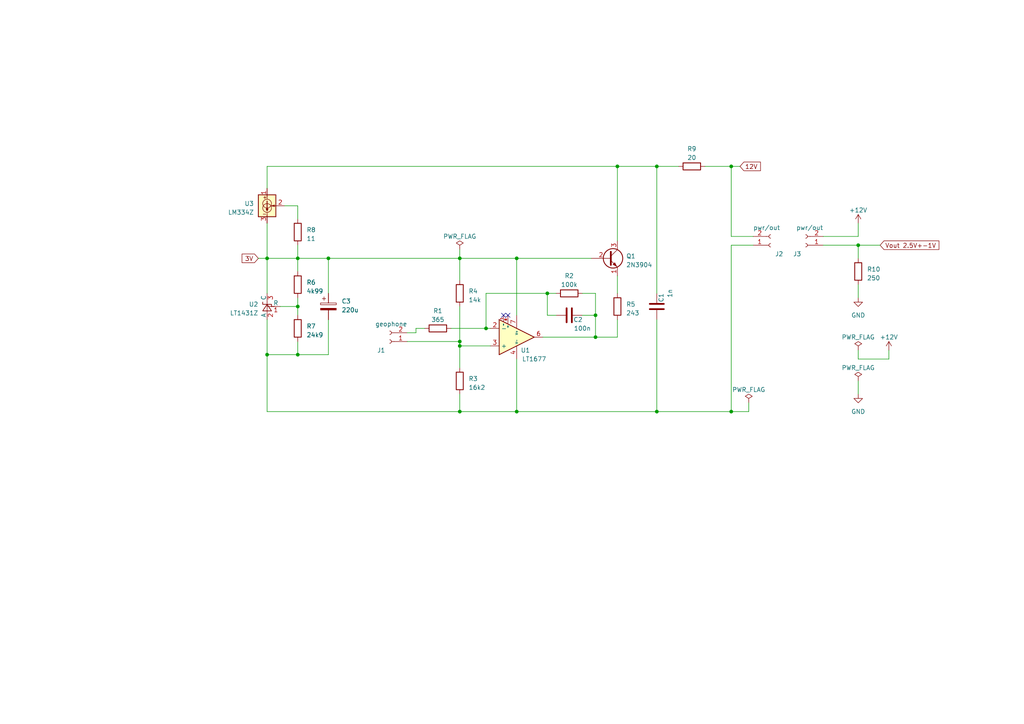
<source format=kicad_sch>
(kicad_sch (version 20230121) (generator eeschema)
  (paper "A4")
  (title_block (title "two-wire remote geophone preamp") (date "2023-09-10") (rev "1") (comment 1 "based on a reference application present in the LT1677 datasheet") (comment 2 "GS-20DX geospace RL=630ohm") (comment 9 " "))
  (lib_symbols
    (symbol "Connector:Conn_01x02_Socket" (pin_names (offset 1.016) hide)
      (property "Reference" "J" (at 0 2.54 0))
      (property "Value" "Conn_01x02_Socket" (at 0 -5.08 0))
      (symbol "Conn_01x02_Socket_1_1"
        (arc (start 0 -2.032) (mid -0.5058 -2.54) (end 0 -3.048) (stroke (width 0.1524)))
        (polyline (pts (xy -1.27 -2.54) (xy -0.508 -2.54)) (stroke (width 0.1524)))
        (polyline (pts (xy -1.27 0) (xy -0.508 0)) (stroke (width 0.1524)))
        (arc (start 0 0.508) (mid -0.5058 0) (end 0 -0.508) (stroke (width 0.1524)))
        (pin passive line (at -5.08 0 0) (length 3.81) (name "Pin_1") (number "1"))
        (pin passive line (at -5.08 -2.54 0) (length 3.81) (name "Pin_2") (number "2"))
      )
    )
    (symbol "Device:C" (pin_numbers hide) (pin_names (offset 0.254))
      (property "Reference" "C" (at 0.635 2.54 0))
      (property "Value" "C" (at 0.635 -2.54 0))
      (symbol "C_0_1"
        (polyline (pts (xy -2.032 -0.762) (xy 2.032 -0.762)) (stroke (width 0.508)))
        (polyline (pts (xy -2.032 0.762) (xy 2.032 0.762)) (stroke (width 0.508)))
      )
      (symbol "C_1_1"
        (pin passive line (at 0 3.81 270) (length 2.794) (name "~") (number "1"))
        (pin passive line (at 0 -3.81 90) (length 2.794) (name "~") (number "2"))
      )
    )
    (symbol "Device:C_Polarized" (pin_numbers hide) (pin_names (offset 0.254))
      (property "Reference" "C" (at 0.635 2.54 0))
      (property "Value" "C_Polarized" (at 0.635 -2.54 0))
      (symbol "C_Polarized_0_1"
        (rectangle (start -2.286 0.508) (end 2.286 1.016))
        (polyline (pts (xy -1.778 2.286) (xy -0.762 2.286)))
        (polyline (pts (xy -1.27 2.794) (xy -1.27 1.778)))
        (rectangle (start 2.286 -0.508) (end -2.286 -1.016) (fill (type outline)))
      )
      (symbol "C_Polarized_1_1"
        (pin passive line (at 0 3.81 270) (length 2.794) (name "~") (number "1"))
        (pin passive line (at 0 -3.81 90) (length 2.794) (name "~") (number "2"))
      )
    )
    (symbol "Device:R" (pin_numbers hide) (pin_names (offset 0))
      (property "Reference" "R" (at 2.032 0 90))
      (property "Value" "R" (at 0 0 90))
      (symbol "R_0_1"
        (rectangle (start -1.016 -2.54) (end 1.016 2.54) (stroke (width 0.254)))
      )
      (symbol "R_1_1"
        (pin passive line (at 0 3.81 270) (length 1.27) (name "~") (number "1"))
        (pin passive line (at 0 -3.81 90) (length 1.27) (name "~") (number "2"))
      )
    )
    (symbol "Reference_Current:LM334Z"
      (property "Reference" "U" (at 0.635 6.35 0))
      (property "Value" "LM334Z" (at 0.635 4.445 0))
      (symbol "LM334Z_0_1"
        (rectangle (start -2.54 3.175) (end 2.54 -3.175) (stroke (width 0.254)) (fill (type background)))
        (circle (center 0 -0.635) (radius 1.27))
        (polyline (pts (xy -1.143 -2.413) (xy -0.381 -2.413)))
        (polyline (pts (xy -1.016 2.413) (xy -0.254 2.413)))
        (polyline (pts (xy -0.635 2.794) (xy -0.635 2.032)))
        (polyline (pts (xy 0 -1.905) (xy 0 -5.08)))
        (polyline (pts (xy 0 1.397) (xy 0 -1.397)) (stroke (width 0.254)))
        (polyline (pts (xy 0 5.08) (xy 0 1.905)))
        (polyline (pts (xy 2.54 0) (xy 1.27 0)))
        (polyline (pts (xy 0 -1.397) (xy -0.254 -0.889) (xy 0.254 -0.889) (xy 0 -1.397)) (stroke (width 0.254)))
        (polyline (pts (xy 1.27 0) (xy 2.159 0.254) (xy 2.159 -0.254) (xy 1.27 0)))
        (circle (center 0 0.635) (radius 1.27))
      )
      (symbol "LM334Z_1_1"
        (pin passive line (at 0 5.08 270) (length 2.54) (name "~") (number "1"))
        (pin passive line (at 5.08 0 180) (length 2.54) (name "~") (number "2"))
        (pin passive line (at 0 -5.08 90) (length 2.54) (name "~") (number "3"))
      )
    )
    (symbol "Transistor_BJT:2N3904" (pin_names (offset 0) hide)
      (property "Reference" "Q" (at 5.08 1.905 0))
      (property "Value" "2N3904" (at 5.08 0 0))
      (symbol "2N3904_0_1"
        (polyline (pts (xy 0.635 0.635) (xy 2.54 2.54)))
        (polyline (pts (xy 0.635 -0.635) (xy 2.54 -2.54) (xy 2.54 -2.54)))
        (polyline (pts (xy 0.635 1.905) (xy 0.635 -1.905) (xy 0.635 -1.905)) (stroke (width 0.508)))
        (polyline (pts (xy 1.27 -1.778) (xy 1.778 -1.27) (xy 2.286 -2.286) (xy 1.27 -1.778) (xy 1.27 -1.778)) (fill (type outline)))
        (circle (center 1.27 0) (radius 2.8194) (stroke (width 0.254)))
      )
      (symbol "2N3904_1_1"
        (pin passive line (at 2.54 -5.08 90) (length 2.54) (name "E") (number "1"))
        (pin passive line (at -5.08 0 0) (length 5.715) (name "B") (number "2"))
        (pin passive line (at 2.54 5.08 270) (length 2.54) (name "C") (number "3"))
      )
    )
    (symbol "pff_ic:LT1431Z" (pin_names (offset 0))
      (property "Reference" "U" (at -10.16 -1.27 0))
      (property "Value" "LT1431Z" (at -7.62 1.27 0))
      (symbol "LT1431Z_0_1"
        (polyline (pts (xy 0 0) (xy 2.159 0)))
        (polyline (pts (xy 0 -1.27) (xy 0 0) (xy 0 1.27)))
        (polyline (pts (xy 1.27 -1.27) (xy 0 0.635) (xy -1.27 -1.27) (xy 1.27 -1.27)) (stroke (width 0.2032)))
        (polyline (pts (xy 1.27 0) (xy 1.27 0.635) (xy -1.27 0.635) (xy -1.27 1.27)) (stroke (width 0.2032)))
      )
      (symbol "LT1431Z_1_1"
        (pin input line (at 3.81 0 180) (length 2.54) (name "R") (number "1"))
        (pin passive line (at 0 -3.81 90) (length 2.54) (name "A") (number "2"))
        (pin passive line (at 0 3.81 270) (length 2.54) (name "C") (number "3"))
      )
    )
    (symbol "pff_ic:LT1677"
      (property "Reference" "U" (at 7.62 -5.08 0))
      (property "Value" "LT1677" (at 0 0 0))
      (symbol "LT1677_0_1"
        (polyline (pts (xy -3.81 5.08) (xy 6.35 0) (xy -3.81 -5.08) (xy -3.81 5.08)) (stroke (width 0.254)) (fill (type background)))
      )
      (symbol "LT1677_1_1"
        (pin input line (at -2.54 6.35 270) (length 1.9) (name "TRIM1") (number "1"))
        (pin input line (at -6.35 2.54 0) (length 2.54) (name "-") (number "2"))
        (pin input line (at -6.35 -2.54 0) (length 2.54) (name "+") (number "3"))
        (pin power_in line (at 1.27 -6.35 90) (length 3.81) (name "V-") (number "4"))
        (pin no_connect line (at -1.27 -5.08 90) (length 1.27) hide (name "NC") (number "5"))
        (pin output line (at 8.89 0 180) (length 2.54) (name "~") (number "6"))
        (pin power_in line (at 1.27 6.35 270) (length 3.81) (name "V+") (number "7"))
        (pin input line (at -1.27 6.35 270) (length 2.5) (name "TRIM8") (number "8"))
      )
    )
    (symbol "power:+12V" (power) (pin_names (offset 0))
      (property "Value" "+12V" (at 0 3.556 0))
      (symbol "+12V_0_1"
        (polyline (pts (xy -0.762 1.27) (xy 0 2.54)))
        (polyline (pts (xy 0 0) (xy 0 2.54)))
        (polyline (pts (xy 0 2.54) (xy 0.762 1.27)))
      )
      (symbol "+12V_1_1"
        (pin power_in line (at 0 0 90) (length 0) hide (name "+12V") (number "1"))
      )
    )
    (symbol "power:GND" (power) (pin_names (offset 0))
      (property "Value" "GND" (at 0 -3.81 0))
      (symbol "GND_0_1"
        (polyline (pts (xy 0 0) (xy 0 -1.27) (xy 1.27 -1.27) (xy 0 -2.54) (xy -1.27 -1.27) (xy 0 -1.27)))
      )
      (symbol "GND_1_1"
        (pin power_in line (at 0 0 270) (length 0) hide (name "GND") (number "1"))
      )
    )
    (symbol "power:PWR_FLAG" (power) (pin_numbers hide) (pin_names (offset 0) hide)
      (property "Value" "PWR_FLAG" (at 0 3.81 0))
      (symbol "PWR_FLAG_0_0"
        (pin power_out line (at 0 0 90) (length 0) (name "pwr") (number "1"))
      )
      (symbol "PWR_FLAG_0_1"
        (polyline (pts (xy 0 0) (xy 0 1.27) (xy -1.016 1.905) (xy 0 2.54) (xy 1.016 1.905) (xy 0 1.27)))
      )
    )
  )
  (junction (at 248.92 71.12))
  (junction (at 158.75 85.09))
  (junction (at 149.86 74.93))
  (junction (at 133.35 99.06))
  (junction (at 86.36 74.93))
  (junction (at 133.35 74.93))
  (junction (at 95.25 74.93))
  (junction (at 212.09 119.38))
  (junction (at 172.72 97.79))
  (junction (at 140.97 95.25))
  (junction (at 212.09 48.26))
  (junction (at 77.47 74.93))
  (junction (at 190.5 48.26))
  (junction (at 190.5 119.38))
  (junction (at 86.36 88.9))
  (junction (at 179.07 48.26))
  (junction (at 133.35 100.33))
  (junction (at 77.47 102.87))
  (junction (at 149.86 119.38))
  (junction (at 133.35 119.38))
  (junction (at 172.72 91.44))
  (junction (at 86.36 102.87))
  (no_connect (at 147.32 91.44))
  (no_connect (at 146.05 91.44))
  (wire (pts (xy 95.25 74.93) (xy 95.25 85.09)))
  (wire (pts (xy 248.92 110.49) (xy 248.92 114.3)))
  (wire (pts (xy 133.35 100.33) (xy 133.35 106.68)))
  (wire (pts (xy 158.75 85.09) (xy 140.97 85.09)))
  (wire (pts (xy 77.47 85.09) (xy 77.47 74.93)))
  (wire (pts (xy 157.48 97.79) (xy 172.72 97.79)))
  (wire (pts (xy 168.91 91.44) (xy 172.72 91.44)))
  (wire (pts (xy 149.86 119.38) (xy 149.86 104.14)))
  (wire (pts (xy 248.92 82.55) (xy 248.92 86.36)))
  (wire (pts (xy 149.86 74.93) (xy 133.35 74.93)))
  (wire (pts (xy 190.5 119.38) (xy 190.5 92.71)))
  (wire (pts (xy 86.36 102.87) (xy 95.25 102.87)))
  (wire (pts (xy 238.76 68.58) (xy 248.92 68.58)))
  (wire (pts (xy 238.76 71.12) (xy 248.92 71.12)))
  (wire (pts (xy 161.29 85.09) (xy 158.75 85.09)))
  (wire (pts (xy 133.35 74.93) (xy 133.35 81.28)))
  (wire (pts (xy 248.92 71.12) (xy 255.27 71.12)))
  (wire (pts (xy 248.92 68.58) (xy 248.92 64.77)))
  (wire (pts (xy 120.65 96.52) (xy 120.65 95.25)))
  (wire (pts (xy 77.47 102.87) (xy 77.47 119.38)))
  (wire (pts (xy 172.72 97.79) (xy 179.07 97.79)))
  (wire (pts (xy 179.07 97.79) (xy 179.07 92.71)))
  (wire (pts (xy 118.11 99.06) (xy 133.35 99.06)))
  (wire (pts (xy 158.75 91.44) (xy 161.29 91.44)))
  (wire (pts (xy 149.86 74.93) (xy 171.45 74.93)))
  (wire (pts (xy 248.92 71.12) (xy 248.92 74.93)))
  (wire (pts (xy 77.47 74.93) (xy 86.36 74.93)))
  (wire (pts (xy 86.36 99.06) (xy 86.36 102.87)))
  (wire (pts (xy 140.97 95.25) (xy 142.24 95.25)))
  (wire (pts (xy 77.47 48.26) (xy 179.07 48.26)))
  (wire (pts (xy 82.55 59.69) (xy 86.36 59.69)))
  (wire (pts (xy 168.91 85.09) (xy 172.72 85.09)))
  (wire (pts (xy 212.09 71.12) (xy 218.44 71.12)))
  (wire (pts (xy 158.75 91.44) (xy 158.75 85.09)))
  (wire (pts (xy 217.17 119.38) (xy 217.17 116.84)))
  (wire (pts (xy 172.72 91.44) (xy 172.72 97.79)))
  (wire (pts (xy 212.09 119.38) (xy 217.17 119.38)))
  (wire (pts (xy 133.35 72.39) (xy 133.35 74.93)))
  (wire (pts (xy 212.09 68.58) (xy 218.44 68.58)))
  (wire (pts (xy 133.35 99.06) (xy 133.35 100.33)))
  (wire (pts (xy 95.25 92.71) (xy 95.25 102.87)))
  (wire (pts (xy 142.24 100.33) (xy 133.35 100.33)))
  (wire (pts (xy 190.5 48.26) (xy 196.85 48.26)))
  (wire (pts (xy 248.92 101.6) (xy 248.92 104.14)))
  (wire (pts (xy 118.11 96.52) (xy 120.65 96.52)))
  (wire (pts (xy 86.36 74.93) (xy 86.36 78.74)))
  (wire (pts (xy 190.5 48.26) (xy 190.5 85.09)))
  (wire (pts (xy 95.25 74.93) (xy 86.36 74.93)))
  (wire (pts (xy 172.72 85.09) (xy 172.72 91.44)))
  (wire (pts (xy 130.81 95.25) (xy 140.97 95.25)))
  (wire (pts (xy 77.47 92.71) (xy 77.47 102.87)))
  (wire (pts (xy 248.92 104.14) (xy 257.81 104.14)))
  (wire (pts (xy 149.86 119.38) (xy 190.5 119.38)))
  (wire (pts (xy 212.09 119.38) (xy 190.5 119.38)))
  (wire (pts (xy 149.86 91.44) (xy 149.86 74.93)))
  (wire (pts (xy 86.36 71.12) (xy 86.36 74.93)))
  (wire (pts (xy 212.09 71.12) (xy 212.09 119.38)))
  (wire (pts (xy 120.65 95.25) (xy 123.19 95.25)))
  (wire (pts (xy 77.47 119.38) (xy 133.35 119.38)))
  (wire (pts (xy 179.07 80.01) (xy 179.07 85.09)))
  (wire (pts (xy 86.36 86.36) (xy 86.36 88.9)))
  (wire (pts (xy 77.47 64.77) (xy 77.47 74.93)))
  (wire (pts (xy 212.09 48.26) (xy 214.63 48.26)))
  (wire (pts (xy 133.35 74.93) (xy 95.25 74.93)))
  (wire (pts (xy 86.36 59.69) (xy 86.36 63.5)))
  (wire (pts (xy 212.09 48.26) (xy 212.09 68.58)))
  (wire (pts (xy 133.35 114.3) (xy 133.35 119.38)))
  (wire (pts (xy 77.47 102.87) (xy 86.36 102.87)))
  (wire (pts (xy 204.47 48.26) (xy 212.09 48.26)))
  (wire (pts (xy 81.28 88.9) (xy 86.36 88.9)))
  (wire (pts (xy 77.47 54.61) (xy 77.47 48.26)))
  (wire (pts (xy 133.35 88.9) (xy 133.35 99.06)))
  (wire (pts (xy 133.35 119.38) (xy 149.86 119.38)))
  (wire (pts (xy 179.07 48.26) (xy 190.5 48.26)))
  (wire (pts (xy 86.36 88.9) (xy 86.36 91.44)))
  (wire (pts (xy 179.07 69.85) (xy 179.07 48.26)))
  (wire (pts (xy 74.93 74.93) (xy 77.47 74.93)))
  (wire (pts (xy 140.97 85.09) (xy 140.97 95.25)))
  (wire (pts (xy 257.81 104.14) (xy 257.81 101.6)))
  (global_label "3V" (shape input) (at 74.93 74.93 180) (property "Intersheetrefs" "${INTERSHEET_REFS}" (effects hide)))
  (global_label "Vout 2.5V+-1V" (shape input) (at 255.27 71.12 0) (property "Intersheetrefs" "${INTERSHEET_REFS}" (effects hide)))
  (global_label "12V" (shape input) (at 214.63 48.26 0) (property "Intersheetrefs" "${INTERSHEET_REFS}" (effects hide)))
  (symbol (lib_id "Device:R") (at 133.35 110.49 0) (unit 1)
    (property "Reference" "R3" (at 135.89 109.855 0) (effects (justify left)))
    (property "Value" "16k2" (at 135.89 112.395 0) (effects (justify left)))
    (property "Footprint" "Resistor_SMD:R_0805_2012Metric_Pad1.20x1.40mm_HandSolder" (effects hide))
  )
  (symbol (lib_id "power:+12V") (at 248.92 64.77 0) (unit 1)
    (property "Reference" "#PWR02" (effects hide))
    (property "Value" "+12V" (at 248.92 60.96 0))
  )
  (symbol (lib_id "Device:R") (at 200.66 48.26 270) (unit 1)
    (property "Reference" "R9" (at 200.66 43.18 90))
    (property "Value" "20" (at 200.66 45.72 90))
    (property "Footprint" "Resistor_SMD:R_0805_2012Metric_Pad1.20x1.40mm_HandSolder" (effects hide))
  )
  (symbol (lib_id "power:GND") (at 248.92 114.3 0) (unit 1)
    (property "Reference" "#PWR04" (effects hide))
    (property "Value" "GND" (at 248.92 119.38 0))
  )
  (symbol (lib_id "Device:C") (at 190.5 88.9 180) (unit 1)
    (property "Reference" "C1" (at 191.77 86.36 90))
    (property "Value" "1n" (at 194.31 85.09 90))
    (property "Footprint" "Capacitor_SMD:C_0805_2012Metric_Pad1.18x1.45mm_HandSolder" (effects hide))
  )
  (symbol (lib_id "Connector:Conn_01x02_Socket") (at 223.52 71.12 0) (mirror x) (unit 1)
    (property "Reference" "J2" (at 224.79 73.66 0) (effects (justify left)))
    (property "Value" "pwr/out" (at 218.44 66.04 0) (effects (justify left)))
  )
  (symbol (lib_id "Transistor_BJT:2N3904") (at 176.53 74.93 0) (unit 1)
    (property "Reference" "Q1" (at 181.61 74.295 0) (effects (justify left)))
    (property "Value" "2N3904" (at 181.61 76.835 0) (effects (justify left)))
    (property "Footprint" "Package_TO_SOT_THT:TO-92_Inline" (effects hide))
    (property "Datasheet" "https://www.onsemi.com/pub/Collateral/2N3903-D.PDF" (effects hide))
  )
  (symbol (lib_id "Connector:Conn_01x02_Socket") (at 233.68 71.12 180) (unit 1) (in_bom no) (on_board no)
    (property "Reference" "J3" (at 232.41 73.66 0) (effects (justify left)))
    (property "Value" "pwr/out" (at 238.76 66.04 0) (effects (justify left)))
  )
  (symbol (lib_id "power:PWR_FLAG") (at 248.92 101.6 0) (unit 1)
    (property "Reference" "#FLG03" (effects hide))
    (property "Value" "PWR_FLAG" (at 248.92 97.79 0))
  )
  (symbol (lib_id "Device:R") (at 248.92 78.74 0) (unit 1) (in_bom no) (on_board no)
    (property "Reference" "R10" (at 251.46 78.105 0) (effects (justify left)))
    (property "Value" "250" (at 251.46 80.645 0) (effects (justify left)))
    (property "Footprint" "Resistor_SMD:R_0805_2012Metric_Pad1.20x1.40mm_HandSolder" (effects hide))
  )
  (symbol (lib_id "pff_ic:LT1677") (at 148.59 97.79 0) (unit 1)
    (property "Reference" "U1" (at 152.4 101.6 0))
    (property "Value" "LT1677" (at 154.94 104.14 0))
    (property "Footprint" "Package_SO:SO-8_3.9x4.9mm_P1.27mm" (effects hide))
    (property "Datasheet" "https://www.analog.com/media/en/technical-documentation/data-sheets/1677fa.pdf" (effects hide))
  )
  (symbol (lib_id "power:PWR_FLAG") (at 133.35 72.39 0) (unit 1)
    (property "Reference" "#FLG01" (effects hide))
    (property "Value" "PWR_FLAG" (at 133.35 68.58 0))
  )
  (symbol (lib_id "Device:R") (at 127 95.25 90) (unit 1)
    (property "Reference" "R1" (at 127 90.17 90))
    (property "Value" "365" (at 127 92.71 90))
    (property "Footprint" "Resistor_SMD:R_0805_2012Metric_Pad1.20x1.40mm_HandSolder" (effects hide))
  )
  (symbol (lib_id "power:PWR_FLAG") (at 217.17 116.84 0) (unit 1)
    (property "Reference" "#FLG02" (effects hide))
    (property "Value" "PWR_FLAG" (at 217.17 113.03 0))
  )
  (symbol (lib_id "Connector:Conn_01x02_Socket") (at 113.03 99.06 180) (unit 1)
    (property "Reference" "J1" (at 111.76 101.6 0) (effects (justify left)))
    (property "Value" "geophone" (at 118.11 93.98 0) (effects (justify left)))
  )
  (symbol (lib_id "power:GND") (at 248.92 86.36 0) (unit 1)
    (property "Reference" "#PWR01" (effects hide))
    (property "Value" "GND" (at 248.92 91.44 0))
  )
  (symbol (lib_id "Device:R") (at 86.36 67.31 0) (unit 1)
    (property "Reference" "R8" (at 88.9 66.675 0) (effects (justify left)))
    (property "Value" "11" (at 88.9 69.215 0) (effects (justify left)))
    (property "Footprint" "Resistor_SMD:R_0805_2012Metric_Pad1.20x1.40mm_HandSolder" (effects hide))
  )
  (symbol (lib_id "power:+12V") (at 257.81 101.6 0) (unit 1)
    (property "Reference" "#PWR03" (effects hide))
    (property "Value" "+12V" (at 257.81 97.79 0))
  )
  (symbol (lib_id "Device:C_Polarized") (at 95.25 88.9 0) (unit 1)
    (property "Reference" "C3" (at 99.06 87.376 0) (effects (justify left)))
    (property "Value" "220u" (at 99.06 89.916 0) (effects (justify left)))
  )
  (symbol (lib_id "Reference_Current:LM334Z") (at 77.47 59.69 0) (unit 1)
    (property "Reference" "U3" (at 73.66 59.055 0) (effects (justify right)))
    (property "Value" "LM334Z" (at 73.66 61.595 0) (effects (justify right)))
    (property "Footprint" "Package_TO_SOT_THT:TO-92_Inline" (effects hide))
    (property "Datasheet" "http://www.ti.com/lit/ds/symlink/lm134.pdf" (effects hide))
  )
  (symbol (lib_id "Device:R") (at 86.36 82.55 0) (unit 1)
    (property "Reference" "R6" (at 88.9 81.915 0) (effects (justify left)))
    (property "Value" "4k99" (at 88.9 84.455 0) (effects (justify left)))
    (property "Footprint" "Resistor_SMD:R_0805_2012Metric_Pad1.20x1.40mm_HandSolder" (effects hide))
  )
  (symbol (lib_id "power:PWR_FLAG") (at 248.92 110.49 0) (unit 1)
    (property "Reference" "#FLG04" (effects hide))
    (property "Value" "PWR_FLAG" (at 248.92 106.68 0))
  )
  (symbol (lib_id "Device:C") (at 165.1 91.44 90) (unit 1)
    (property "Reference" "C2" (at 167.64 92.71 90))
    (property "Value" "100n" (at 168.91 95.25 90))
    (property "Footprint" "Capacitor_SMD:C_0805_2012Metric_Pad1.18x1.45mm_HandSolder" (effects hide))
  )
  (symbol (lib_id "Device:R") (at 86.36 95.25 0) (unit 1)
    (property "Reference" "R7" (at 88.9 94.615 0) (effects (justify left)))
    (property "Value" "24k9" (at 88.9 97.155 0) (effects (justify left)))
    (property "Footprint" "Resistor_SMD:R_0805_2012Metric_Pad1.20x1.40mm_HandSolder" (effects hide))
  )
  (symbol (lib_id "Device:R") (at 179.07 88.9 180) (unit 1)
    (property "Reference" "R5" (at 181.61 88.265 0) (effects (justify right)))
    (property "Value" "243" (at 181.61 90.805 0) (effects (justify right)))
    (property "Footprint" "Resistor_SMD:R_0805_2012Metric_Pad1.20x1.40mm_HandSolder" (effects hide))
  )
  (symbol (lib_id "Device:R") (at 165.1 85.09 90) (unit 1)
    (property "Reference" "R2" (at 165.1 80.01 90))
    (property "Value" "100k" (at 165.1 82.55 90))
    (property "Footprint" "Resistor_SMD:R_0805_2012Metric_Pad1.20x1.40mm_HandSolder" (effects hide))
  )
  (symbol (lib_id "Device:R") (at 133.35 85.09 0) (unit 1)
    (property "Reference" "R4" (at 135.89 84.455 0) (effects (justify left)))
    (property "Value" "14k" (at 135.89 86.995 0) (effects (justify left)))
    (property "Footprint" "Resistor_SMD:R_0805_2012Metric_Pad1.20x1.40mm_HandSolder" (effects hide))
  )
  (symbol (lib_id "pff_ic:LT1431Z") (at 77.47 88.9 0) (unit 1)
    (property "Reference" "U2" (at 74.93 88.265 0) (effects (justify right)))
    (property "Value" "LT1431Z" (at 74.93 90.805 0) (effects (justify right)))
    (property "Footprint" "Package_TO_SOT_THT:TO-92" (effects hide))
    (property "Datasheet" "https://www.analog.com/media/en/technical-documentation/data-sheets/1431fe.pdf" (effects hide))
  )
)
</source>
